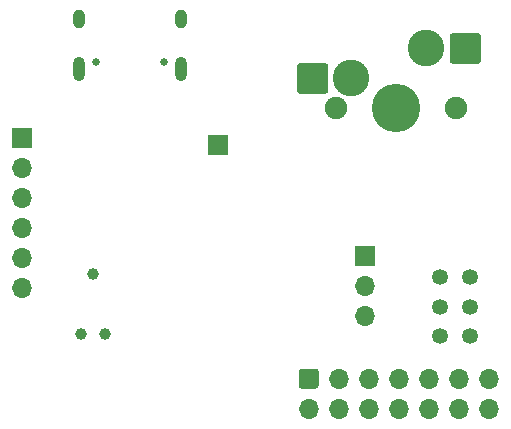
<source format=gbr>
G04 #@! TF.GenerationSoftware,KiCad,Pcbnew,(5.1.9)-1*
G04 #@! TF.CreationDate,2021-03-27T09:55:19-04:00*
G04 #@! TF.ProjectId,atmega32u4_demo,61746d65-6761-4333-9275-345f64656d6f,rev?*
G04 #@! TF.SameCoordinates,Original*
G04 #@! TF.FileFunction,Soldermask,Bot*
G04 #@! TF.FilePolarity,Negative*
%FSLAX46Y46*%
G04 Gerber Fmt 4.6, Leading zero omitted, Abs format (unit mm)*
G04 Created by KiCad (PCBNEW (5.1.9)-1) date 2021-03-27 09:55:19*
%MOMM*%
%LPD*%
G01*
G04 APERTURE LIST*
%ADD10C,1.350000*%
%ADD11R,1.700000X1.700000*%
%ADD12O,1.700000X1.700000*%
%ADD13C,4.101600*%
%ADD14C,3.101600*%
%ADD15C,1.901600*%
%ADD16O,1.000000X2.100000*%
%ADD17C,0.650000*%
%ADD18O,1.000000X1.600000*%
%ADD19C,0.990600*%
G04 APERTURE END LIST*
D10*
X221431800Y-105090600D03*
X221431800Y-102590600D03*
X221431800Y-100090600D03*
X223931800Y-105090600D03*
X223931800Y-102590600D03*
X223931800Y-100090600D03*
D11*
X202615800Y-88900000D03*
D12*
X225552000Y-111226600D03*
X225552000Y-108686600D03*
X223012000Y-111226600D03*
X223012000Y-108686600D03*
X220472000Y-111226600D03*
X220472000Y-108686600D03*
X217932000Y-111226600D03*
X217932000Y-108686600D03*
X215392000Y-111226600D03*
X215392000Y-108686600D03*
X212852000Y-111226600D03*
X212852000Y-108686600D03*
X210312000Y-111226600D03*
G36*
G01*
X210908700Y-109536600D02*
X209715300Y-109536600D01*
G75*
G02*
X209462000Y-109283300I0J253300D01*
G01*
X209462000Y-108089900D01*
G75*
G02*
X209715300Y-107836600I253300J0D01*
G01*
X210908700Y-107836600D01*
G75*
G02*
X211162000Y-108089900I0J-253300D01*
G01*
X211162000Y-109283300D01*
G75*
G02*
X210908700Y-109536600I-253300J0D01*
G01*
G37*
X186055000Y-100965000D03*
X186055000Y-98425000D03*
X186055000Y-95885000D03*
X186055000Y-93345000D03*
X186055000Y-90805000D03*
D11*
X186055000Y-88265000D03*
G36*
G01*
X211704238Y-84562000D02*
X209583362Y-84562000D01*
G75*
G02*
X209318000Y-84296638I0J265362D01*
G01*
X209318000Y-82225762D01*
G75*
G02*
X209583362Y-81960400I265362J0D01*
G01*
X211704238Y-81960400D01*
G75*
G02*
X211969600Y-82225762I0J-265362D01*
G01*
X211969600Y-84296638D01*
G75*
G02*
X211704238Y-84562000I-265362J0D01*
G01*
G37*
G36*
G01*
X224631238Y-82022000D02*
X222510362Y-82022000D01*
G75*
G02*
X222245000Y-81756638I0J265362D01*
G01*
X222245000Y-79685762D01*
G75*
G02*
X222510362Y-79420400I265362J0D01*
G01*
X224631238Y-79420400D01*
G75*
G02*
X224896600Y-79685762I0J-265362D01*
G01*
X224896600Y-81756638D01*
G75*
G02*
X224631238Y-82022000I-265362J0D01*
G01*
G37*
D13*
X217728800Y-85801200D03*
D14*
X213918800Y-83261200D03*
X220268800Y-80721200D03*
D15*
X212648800Y-85801200D03*
X222808800Y-85801200D03*
D12*
X215087200Y-103378000D03*
X215087200Y-100838000D03*
D11*
X215087200Y-98298000D03*
D16*
X190879000Y-82428800D03*
X199519000Y-82428800D03*
D17*
X198089000Y-81898800D03*
D18*
X199519000Y-78248800D03*
D17*
X192309000Y-81898800D03*
D18*
X190879000Y-78248800D03*
D19*
X192074800Y-99847400D03*
X191058800Y-104927400D03*
X193090800Y-104927400D03*
M02*

</source>
